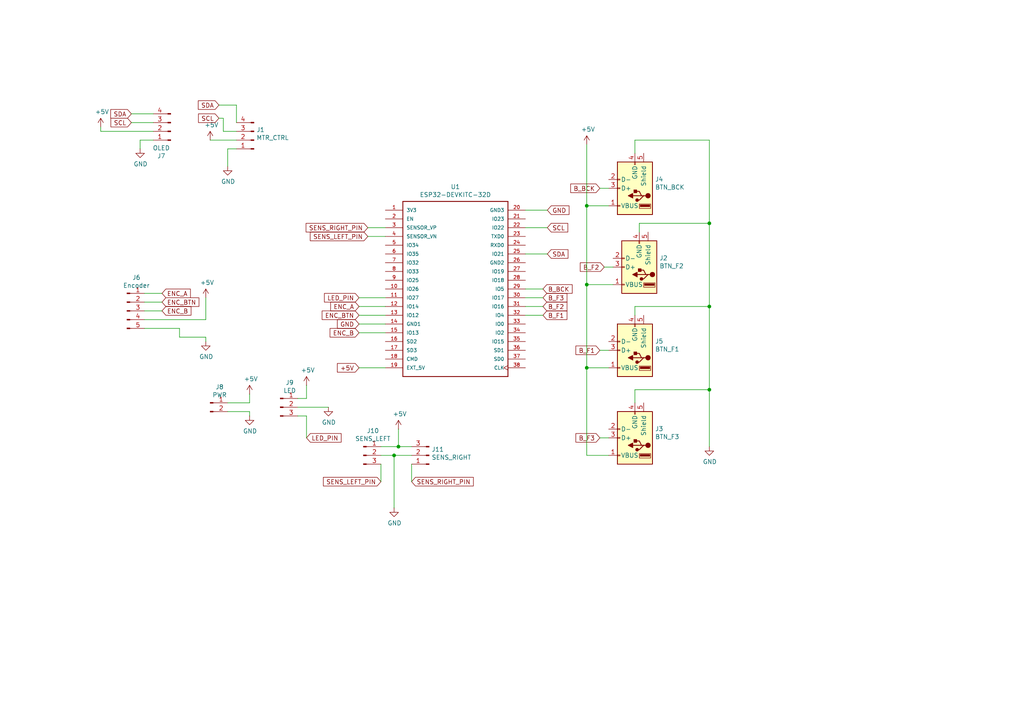
<source format=kicad_sch>
(kicad_sch (version 20250114) (generator "eeschema") (generator_version "9.0")
  (paper "A4")
  (lib_symbols
    (symbol "Connector:Conn_01x02_Male" (pin_names (offset 1.016) (hide yes))
      (property "Reference" "J" (at 0 2.54 0))
      (property "Value" "Connector_Conn_01x02_Male" (at 0 -5.08 0))
      (symbol "Conn_01x02_Male_1_1"
        (rectangle (start 0.8636 0.127) (end 0 -0.127) (stroke (width 0.1524)) (fill (type outline)))
        (rectangle (start 0.8636 -2.413) (end 0 -2.667) (stroke (width 0.1524)) (fill (type outline)))
        (polyline (pts (xy 1.27 0) (xy 0.8636 0)) (stroke (width 0.1524)))
        (polyline (pts (xy 1.27 -2.54) (xy 0.8636 -2.54)) (stroke (width 0.1524)))
        (pin passive line (at 5.08 0 180) (length 3.81) (name "Pin_1") (number "1"))
        (pin passive line (at 5.08 -2.54 180) (length 3.81) (name "Pin_2") (number "2"))
      )
    )
    (symbol "Connector:Conn_01x03_Male" (pin_names (offset 1.016) (hide yes))
      (property "Reference" "J" (at 0 5.08 0))
      (property "Value" "Connector_Conn_01x03_Male" (at 0 -5.08 0))
      (symbol "Conn_01x03_Male_1_1"
        (rectangle (start 0.8636 2.667) (end 0 2.413) (stroke (width 0.1524)) (fill (type outline)))
        (rectangle (start 0.8636 0.127) (end 0 -0.127) (stroke (width 0.1524)) (fill (type outline)))
        (rectangle (start 0.8636 -2.413) (end 0 -2.667) (stroke (width 0.1524)) (fill (type outline)))
        (polyline (pts (xy 1.27 2.54) (xy 0.8636 2.54)) (stroke (width 0.1524)))
        (polyline (pts (xy 1.27 0) (xy 0.8636 0)) (stroke (width 0.1524)))
        (polyline (pts (xy 1.27 -2.54) (xy 0.8636 -2.54)) (stroke (width 0.1524)))
        (pin passive line (at 5.08 2.54 180) (length 3.81) (name "Pin_1") (number "1"))
        (pin passive line (at 5.08 0 180) (length 3.81) (name "Pin_2") (number "2"))
        (pin passive line (at 5.08 -2.54 180) (length 3.81) (name "Pin_3") (number "3"))
      )
    )
    (symbol "Connector:Conn_01x04_Male" (pin_names (offset 1.016) (hide yes))
      (property "Reference" "J" (at 0 5.08 0))
      (property "Value" "Connector_Conn_01x04_Male" (at 0 -7.62 0))
      (symbol "Conn_01x04_Male_1_1"
        (rectangle (start 0.8636 2.667) (end 0 2.413) (stroke (width 0.1524)) (fill (type outline)))
        (rectangle (start 0.8636 0.127) (end 0 -0.127) (stroke (width 0.1524)) (fill (type outline)))
        (rectangle (start 0.8636 -2.413) (end 0 -2.667) (stroke (width 0.1524)) (fill (type outline)))
        (rectangle (start 0.8636 -4.953) (end 0 -5.207) (stroke (width 0.1524)) (fill (type outline)))
        (polyline (pts (xy 1.27 2.54) (xy 0.8636 2.54)) (stroke (width 0.1524)))
        (polyline (pts (xy 1.27 0) (xy 0.8636 0)) (stroke (width 0.1524)))
        (polyline (pts (xy 1.27 -2.54) (xy 0.8636 -2.54)) (stroke (width 0.1524)))
        (polyline (pts (xy 1.27 -5.08) (xy 0.8636 -5.08)) (stroke (width 0.1524)))
        (pin passive line (at 5.08 2.54 180) (length 3.81) (name "Pin_1") (number "1"))
        (pin passive line (at 5.08 0 180) (length 3.81) (name "Pin_2") (number "2"))
        (pin passive line (at 5.08 -2.54 180) (length 3.81) (name "Pin_3") (number "3"))
        (pin passive line (at 5.08 -5.08 180) (length 3.81) (name "Pin_4") (number "4"))
      )
    )
    (symbol "Connector:Conn_01x05_Male" (pin_names (offset 1.016) (hide yes))
      (property "Reference" "J" (at 0 7.62 0))
      (property "Value" "Connector_Conn_01x05_Male" (at 0 -7.62 0))
      (symbol "Conn_01x05_Male_1_1"
        (rectangle (start 0.8636 5.207) (end 0 4.953) (stroke (width 0.1524)) (fill (type outline)))
        (rectangle (start 0.8636 2.667) (end 0 2.413) (stroke (width 0.1524)) (fill (type outline)))
        (rectangle (start 0.8636 0.127) (end 0 -0.127) (stroke (width 0.1524)) (fill (type outline)))
        (rectangle (start 0.8636 -2.413) (end 0 -2.667) (stroke (width 0.1524)) (fill (type outline)))
        (rectangle (start 0.8636 -4.953) (end 0 -5.207) (stroke (width 0.1524)) (fill (type outline)))
        (polyline (pts (xy 1.27 5.08) (xy 0.8636 5.08)) (stroke (width 0.1524)))
        (polyline (pts (xy 1.27 2.54) (xy 0.8636 2.54)) (stroke (width 0.1524)))
        (polyline (pts (xy 1.27 0) (xy 0.8636 0)) (stroke (width 0.1524)))
        (polyline (pts (xy 1.27 -2.54) (xy 0.8636 -2.54)) (stroke (width 0.1524)))
        (polyline (pts (xy 1.27 -5.08) (xy 0.8636 -5.08)) (stroke (width 0.1524)))
        (pin passive line (at 5.08 5.08 180) (length 3.81) (name "Pin_1") (number "1"))
        (pin passive line (at 5.08 2.54 180) (length 3.81) (name "Pin_2") (number "2"))
        (pin passive line (at 5.08 0 180) (length 3.81) (name "Pin_3") (number "3"))
        (pin passive line (at 5.08 -2.54 180) (length 3.81) (name "Pin_4") (number "4"))
        (pin passive line (at 5.08 -5.08 180) (length 3.81) (name "Pin_5") (number "5"))
      )
    )
    (symbol "Connector:USB_A" (pin_names (offset 1.016))
      (property "Reference" "J" (at -5.08 11.43 0))
      (property "Value" "USB_A" (at -5.08 8.89 0))
      (symbol "USB_A_0_1"
        (rectangle (start -5.08 -7.62) (end 5.08 7.62) (stroke (width 0.254)) (fill (type background)))
        (circle (center -3.81 2.159) (radius 0.635) (stroke (width 0.254)) (fill (type outline)))
        (polyline (pts (xy -3.175 2.159) (xy -2.54 2.159) (xy -1.27 3.429) (xy -0.635 3.429)) (stroke (width 0.254)))
        (polyline (pts (xy -2.54 2.159) (xy -1.905 2.159) (xy -1.27 0.889) (xy 0 0.889)) (stroke (width 0.254)))
        (rectangle (start -1.524 4.826) (end -4.318 5.334) (fill (type outline)))
        (rectangle (start -1.27 4.572) (end -4.572 5.842))
        (circle (center -0.635 3.429) (radius 0.381) (stroke (width 0.254)) (fill (type outline)))
        (rectangle (start -0.127 -7.62) (end 0.127 -6.858))
        (rectangle (start 0.254 1.27) (end -0.508 0.508) (stroke (width 0.254)) (fill (type outline)))
        (polyline (pts (xy 0.635 2.794) (xy 0.635 1.524) (xy 1.905 2.159) (xy 0.635 2.794)) (stroke (width 0.254)) (fill (type outline)))
        (rectangle (start 5.08 4.953) (end 4.318 5.207))
        (rectangle (start 5.08 -0.127) (end 4.318 0.127))
        (rectangle (start 5.08 -2.667) (end 4.318 -2.413))
      )
      (symbol "USB_A_1_1"
        (polyline (pts (xy -1.905 2.159) (xy 0.635 2.159)) (stroke (width 0.254)))
        (pin passive line (at -2.54 -10.16 90) (length 2.54) (name "Shield") (number "5"))
        (pin power_in line (at 0 -10.16 90) (length 2.54) (name "GND") (number "4"))
        (pin power_in line (at 7.62 5.08 180) (length 2.54) (name "VBUS") (number "1"))
        (pin bidirectional line (at 7.62 0 180) (length 2.54) (name "D+") (number "3"))
        (pin bidirectional line (at 7.62 -2.54 180) (length 2.54) (name "D-") (number "2"))
      )
    )
    (symbol "ESP32-DEVKITC-32D:ESP32-DEVKITC-32D" (pin_names (offset 1.016))
      (property "Reference" "U" (at -15.2654 26.0604 0))
      (property "Value" "ESP32-DEVKITC-32D_ESP32-DEVKITC-32D" (at -15.2654 -27.9654 0))
      (symbol "ESP32-DEVKITC-32D_0_0"
        (polyline (pts (xy -15.24 25.4) (xy 15.24 25.4)) (stroke (width 0.254)))
        (polyline (pts (xy -15.24 -25.4) (xy -15.24 25.4)) (stroke (width 0.254)))
        (polyline (pts (xy 15.24 25.4) (xy 15.24 -25.4)) (stroke (width 0.254)))
        (polyline (pts (xy 15.24 -25.4) (xy -15.24 -25.4)) (stroke (width 0.254)))
        (pin power_in line (at -20.32 22.86 0) (length 5.08) (name "3V3") (number "1"))
        (pin input line (at -20.32 20.32 0) (length 5.08) (name "EN") (number "2"))
        (pin input line (at -20.32 17.78 0) (length 5.08) (name "SENSOR_VP") (number "3"))
        (pin input line (at -20.32 15.24 0) (length 5.08) (name "SENSOR_VN") (number "4"))
        (pin bidirectional line (at -20.32 12.7 0) (length 5.08) (name "IO34") (number "5"))
        (pin bidirectional line (at -20.32 10.16 0) (length 5.08) (name "IO35") (number "6"))
        (pin bidirectional line (at -20.32 7.62 0) (length 5.08) (name "IO32") (number "7"))
        (pin bidirectional line (at -20.32 5.08 0) (length 5.08) (name "IO33") (number "8"))
        (pin bidirectional line (at -20.32 2.54 0) (length 5.08) (name "IO25") (number "9"))
        (pin bidirectional line (at -20.32 0 0) (length 5.08) (name "IO26") (number "10"))
        (pin bidirectional line (at -20.32 -2.54 0) (length 5.08) (name "IO27") (number "11"))
        (pin bidirectional line (at -20.32 -5.08 0) (length 5.08) (name "IO14") (number "12"))
        (pin bidirectional line (at -20.32 -7.62 0) (length 5.08) (name "IO12") (number "13"))
        (pin power_in line (at -20.32 -10.16 0) (length 5.08) (name "GND1") (number "14"))
        (pin bidirectional line (at -20.32 -12.7 0) (length 5.08) (name "IO13") (number "15"))
        (pin bidirectional line (at -20.32 -15.24 0) (length 5.08) (name "SD2") (number "16"))
        (pin bidirectional line (at -20.32 -17.78 0) (length 5.08) (name "SD3") (number "17"))
        (pin bidirectional line (at -20.32 -20.32 0) (length 5.08) (name "CMD") (number "18"))
        (pin power_in line (at -20.32 -22.86 0) (length 5.08) (name "EXT_5V") (number "19"))
        (pin power_in line (at 20.32 22.86 180) (length 5.08) (name "GND3") (number "20"))
        (pin bidirectional line (at 20.32 20.32 180) (length 5.08) (name "IO23") (number "21"))
        (pin bidirectional line (at 20.32 17.78 180) (length 5.08) (name "IO22") (number "22"))
        (pin output line (at 20.32 15.24 180) (length 5.08) (name "TXD0") (number "23"))
        (pin input line (at 20.32 12.7 180) (length 5.08) (name "RXD0") (number "24"))
        (pin bidirectional line (at 20.32 10.16 180) (length 5.08) (name "IO21") (number "25"))
        (pin power_in line (at 20.32 7.62 180) (length 5.08) (name "GND2") (number "26"))
        (pin bidirectional line (at 20.32 5.08 180) (length 5.08) (name "IO19") (number "27"))
        (pin bidirectional line (at 20.32 2.54 180) (length 5.08) (name "IO18") (number "28"))
        (pin bidirectional line (at 20.32 0 180) (length 5.08) (name "IO5") (number "29"))
        (pin bidirectional line (at 20.32 -2.54 180) (length 5.08) (name "IO17") (number "30"))
        (pin bidirectional line (at 20.32 -5.08 180) (length 5.08) (name "IO16") (number "31"))
        (pin bidirectional line (at 20.32 -7.62 180) (length 5.08) (name "IO4") (number "32"))
        (pin bidirectional line (at 20.32 -10.16 180) (length 5.08) (name "IO0") (number "33"))
        (pin bidirectional line (at 20.32 -12.7 180) (length 5.08) (name "IO2") (number "34"))
        (pin bidirectional line (at 20.32 -15.24 180) (length 5.08) (name "IO15") (number "35"))
        (pin bidirectional line (at 20.32 -17.78 180) (length 5.08) (name "SD1") (number "36"))
        (pin bidirectional line (at 20.32 -20.32 180) (length 5.08) (name "SD0") (number "37"))
        (pin input clock (at 20.32 -22.86 180) (length 5.08) (name "CLK") (number "38"))
      )
    )
    (symbol "ESP32-DEVKITC-32D_1" (pin_names (offset 1.016))
      (property "Reference" "U" (at -15.2654 26.0604 0))
      (property "Value" "ESP32-DEVKITC-32D_ESP32-DEVKITC-32D" (at -15.2654 -27.9654 0))
      (symbol "ESP32-DEVKITC-32D_1_0_0"
        (polyline (pts (xy -15.24 25.4) (xy 15.24 25.4)) (stroke (width 0.254)))
        (polyline (pts (xy -15.24 -25.4) (xy -15.24 25.4)) (stroke (width 0.254)))
        (polyline (pts (xy 15.24 25.4) (xy 15.24 -25.4)) (stroke (width 0.254)))
        (polyline (pts (xy 15.24 -25.4) (xy -15.24 -25.4)) (stroke (width 0.254)))
        (pin power_in line (at -20.32 22.86 0) (length 5.08) (name "3V3") (number "1"))
        (pin input line (at -20.32 20.32 0) (length 5.08) (name "EN") (number "2"))
        (pin input line (at -20.32 17.78 0) (length 5.08) (name "SENSOR_VP") (number "3"))
        (pin input line (at -20.32 15.24 0) (length 5.08) (name "SENSOR_VN") (number "4"))
        (pin bidirectional line (at -20.32 12.7 0) (length 5.08) (name "IO34") (number "5"))
        (pin bidirectional line (at -20.32 10.16 0) (length 5.08) (name "IO35") (number "6"))
        (pin bidirectional line (at -20.32 7.62 0) (length 5.08) (name "IO32") (number "7"))
        (pin bidirectional line (at -20.32 5.08 0) (length 5.08) (name "IO33") (number "8"))
        (pin bidirectional line (at -20.32 2.54 0) (length 5.08) (name "IO25") (number "9"))
        (pin bidirectional line (at -20.32 0 0) (length 5.08) (name "IO26") (number "10"))
        (pin bidirectional line (at -20.32 -2.54 0) (length 5.08) (name "IO27") (number "11"))
        (pin bidirectional line (at -20.32 -5.08 0) (length 5.08) (name "IO14") (number "12"))
        (pin bidirectional line (at -20.32 -7.62 0) (length 5.08) (name "IO12") (number "13"))
        (pin power_in line (at -20.32 -10.16 0) (length 5.08) (name "GND1") (number "14"))
        (pin bidirectional line (at -20.32 -12.7 0) (length 5.08) (name "IO13") (number "15"))
        (pin bidirectional line (at -20.32 -15.24 0) (length 5.08) (name "SD2") (number "16"))
        (pin bidirectional line (at -20.32 -17.78 0) (length 5.08) (name "SD3") (number "17"))
        (pin bidirectional line (at -20.32 -20.32 0) (length 5.08) (name "CMD") (number "18"))
        (pin power_in line (at -20.32 -22.86 0) (length 5.08) (name "EXT_5V") (number "19"))
        (pin power_in line (at 20.32 22.86 180) (length 5.08) (name "GND3") (number "20"))
        (pin bidirectional line (at 20.32 20.32 180) (length 5.08) (name "IO23") (number "21"))
        (pin bidirectional line (at 20.32 17.78 180) (length 5.08) (name "IO22") (number "22"))
        (pin output line (at 20.32 15.24 180) (length 5.08) (name "TXD0") (number "23"))
        (pin input line (at 20.32 12.7 180) (length 5.08) (name "RXD0") (number "24"))
        (pin bidirectional line (at 20.32 10.16 180) (length 5.08) (name "IO21") (number "25"))
        (pin power_in line (at 20.32 7.62 180) (length 5.08) (name "GND2") (number "26"))
        (pin bidirectional line (at 20.32 5.08 180) (length 5.08) (name "IO19") (number "27"))
        (pin bidirectional line (at 20.32 2.54 180) (length 5.08) (name "IO18") (number "28"))
        (pin bidirectional line (at 20.32 0 180) (length 5.08) (name "IO5") (number "29"))
        (pin bidirectional line (at 20.32 -2.54 180) (length 5.08) (name "IO17") (number "30"))
        (pin bidirectional line (at 20.32 -5.08 180) (length 5.08) (name "IO16") (number "31"))
        (pin bidirectional line (at 20.32 -7.62 180) (length 5.08) (name "IO4") (number "32"))
        (pin bidirectional line (at 20.32 -10.16 180) (length 5.08) (name "IO0") (number "33"))
        (pin bidirectional line (at 20.32 -12.7 180) (length 5.08) (name "IO2") (number "34"))
        (pin bidirectional line (at 20.32 -15.24 180) (length 5.08) (name "IO15") (number "35"))
        (pin bidirectional line (at 20.32 -17.78 180) (length 5.08) (name "SD1") (number "36"))
        (pin bidirectional line (at 20.32 -20.32 180) (length 5.08) (name "SD0") (number "37"))
        (pin input clock (at 20.32 -22.86 180) (length 5.08) (name "CLK") (number "38"))
      )
    )
    (symbol "power:+5V" (power) (pin_numbers (hide yes)) (pin_names (offset 0) (hide yes))
      (property "Value" "+5V" (at 0 3.556 0))
      (symbol "+5V_0_1"
        (polyline (pts (xy -0.762 1.27) (xy 0 2.54)))
        (polyline (pts (xy 0 2.54) (xy 0.762 1.27)))
        (polyline (pts (xy 0 0) (xy 0 2.54)))
      )
      (symbol "+5V_1_1"
        (pin power_in line (at 0 0 90) (length 0) (name "~") (number "1"))
      )
    )
    (symbol "power:GND" (power) (pin_numbers (hide yes)) (pin_names (offset 0) (hide yes))
      (property "Value" "GND" (at 0 -3.81 0))
      (symbol "GND_0_1"
        (polyline (pts (xy 0 0) (xy 0 -1.27) (xy 1.27 -1.27) (xy 0 -2.54) (xy -1.27 -1.27) (xy 0 -1.27)))
      )
      (symbol "GND_1_1"
        (pin power_in line (at 0 0 270) (length 0) (name "~") (number "1"))
      )
    )
  )
  (junction (at 170.18 106.68))
  (junction (at 115.57 129.54))
  (junction (at 205.74 113.03))
  (junction (at 114.3 132.08))
  (junction (at 205.74 88.9))
  (junction (at 205.74 64.77))
  (junction (at 170.18 59.69))
  (junction (at 170.18 82.55))
  (wire (pts (xy 110.49 134.62) (xy 110.49 139.7)))
  (wire (pts (xy 184.15 44.45) (xy 184.15 40.64)))
  (wire (pts (xy 86.36 120.65) (xy 88.9 120.65)))
  (wire (pts (xy 44.45 40.64) (xy 40.64 40.64)))
  (wire (pts (xy 157.48 88.9) (xy 152.4 88.9)))
  (wire (pts (xy 173.99 127) (xy 176.53 127)))
  (wire (pts (xy 63.5 30.48) (xy 68.58 30.48)))
  (wire (pts (xy 152.4 73.66) (xy 158.75 73.66)))
  (wire (pts (xy 205.74 40.64) (xy 205.74 64.77)))
  (wire (pts (xy 88.9 120.65) (xy 88.9 127)))
  (wire (pts (xy 119.38 132.08) (xy 114.3 132.08)))
  (wire (pts (xy 38.1 35.56) (xy 44.45 35.56)))
  (wire (pts (xy 29.21 36.83) (xy 29.21 38.1)))
  (wire (pts (xy 114.3 132.08) (xy 114.3 147.32)))
  (wire (pts (xy 88.9 115.57) (xy 88.9 111.76)))
  (wire (pts (xy 205.74 88.9) (xy 205.74 113.03)))
  (wire (pts (xy 173.99 54.61) (xy 176.53 54.61)))
  (wire (pts (xy 152.4 91.44) (xy 157.48 91.44)))
  (wire (pts (xy 52.07 97.79) (xy 59.69 97.79)))
  (wire (pts (xy 170.18 41.91) (xy 170.18 59.69)))
  (wire (pts (xy 64.77 38.1) (xy 68.58 38.1)))
  (wire (pts (xy 170.18 59.69) (xy 170.18 82.55)))
  (wire (pts (xy 184.15 91.44) (xy 184.15 88.9)))
  (wire (pts (xy 41.91 92.71) (xy 59.69 92.71)))
  (wire (pts (xy 185.42 67.31) (xy 185.42 64.77)))
  (wire (pts (xy 104.14 88.9) (xy 111.76 88.9)))
  (wire (pts (xy 95.25 118.11) (xy 86.36 118.11)))
  (wire (pts (xy 185.42 64.77) (xy 205.74 64.77)))
  (wire (pts (xy 63.5 34.29) (xy 64.77 34.29)))
  (wire (pts (xy 170.18 59.69) (xy 176.53 59.69)))
  (wire (pts (xy 152.4 60.96) (xy 158.75 60.96)))
  (wire (pts (xy 111.76 91.44) (xy 104.14 91.44)))
  (wire (pts (xy 205.74 64.77) (xy 205.74 88.9)))
  (wire (pts (xy 170.18 82.55) (xy 177.8 82.55)))
  (wire (pts (xy 59.69 97.79) (xy 59.69 99.06)))
  (wire (pts (xy 184.15 40.64) (xy 205.74 40.64)))
  (wire (pts (xy 29.21 38.1) (xy 44.45 38.1)))
  (wire (pts (xy 41.91 85.09) (xy 46.99 85.09)))
  (wire (pts (xy 170.18 106.68) (xy 170.18 132.08)))
  (wire (pts (xy 175.26 77.47) (xy 177.8 77.47)))
  (wire (pts (xy 152.4 86.36) (xy 157.48 86.36)))
  (wire (pts (xy 111.76 106.68) (xy 104.14 106.68)))
  (wire (pts (xy 170.18 132.08) (xy 176.53 132.08)))
  (wire (pts (xy 106.68 66.04) (xy 111.76 66.04)))
  (wire (pts (xy 184.15 88.9) (xy 205.74 88.9)))
  (wire (pts (xy 59.69 92.71) (xy 59.69 86.36)))
  (wire (pts (xy 60.96 40.64) (xy 68.58 40.64)))
  (wire (pts (xy 40.64 40.64) (xy 40.64 43.18)))
  (wire (pts (xy 173.99 101.6) (xy 176.53 101.6)))
  (wire (pts (xy 119.38 129.54) (xy 115.57 129.54)))
  (wire (pts (xy 110.49 129.54) (xy 115.57 129.54)))
  (wire (pts (xy 110.49 132.08) (xy 114.3 132.08)))
  (wire (pts (xy 106.68 68.58) (xy 111.76 68.58)))
  (wire (pts (xy 86.36 115.57) (xy 88.9 115.57)))
  (wire (pts (xy 68.58 30.48) (xy 68.58 35.56)))
  (wire (pts (xy 119.38 134.62) (xy 119.38 139.7)))
  (wire (pts (xy 41.91 87.63) (xy 46.99 87.63)))
  (wire (pts (xy 111.76 93.98) (xy 104.14 93.98)))
  (wire (pts (xy 104.14 86.36) (xy 111.76 86.36)))
  (wire (pts (xy 184.15 116.84) (xy 184.15 113.03)))
  (wire (pts (xy 38.1 33.02) (xy 44.45 33.02)))
  (wire (pts (xy 205.74 113.03) (xy 205.74 129.54)))
  (wire (pts (xy 64.77 34.29) (xy 64.77 38.1)))
  (wire (pts (xy 72.39 114.3) (xy 72.39 116.84)))
  (wire (pts (xy 66.04 119.38) (xy 72.39 119.38)))
  (wire (pts (xy 52.07 95.25) (xy 52.07 97.79)))
  (wire (pts (xy 68.58 43.18) (xy 66.04 43.18)))
  (wire (pts (xy 72.39 120.65) (xy 72.39 119.38)))
  (wire (pts (xy 104.14 96.52) (xy 111.76 96.52)))
  (wire (pts (xy 170.18 82.55) (xy 170.18 106.68)))
  (wire (pts (xy 41.91 95.25) (xy 52.07 95.25)))
  (wire (pts (xy 115.57 129.54) (xy 115.57 124.46)))
  (wire (pts (xy 72.39 116.84) (xy 66.04 116.84)))
  (wire (pts (xy 152.4 83.82) (xy 157.48 83.82)))
  (wire (pts (xy 184.15 113.03) (xy 205.74 113.03)))
  (wire (pts (xy 152.4 66.04) (xy 158.75 66.04)))
  (wire (pts (xy 66.04 43.18) (xy 66.04 48.26)))
  (wire (pts (xy 41.91 90.17) (xy 46.99 90.17)))
  (wire (pts (xy 170.18 106.68) (xy 176.53 106.68)))
  (global_label "GND" (shape input) (at 104.14 93.98 180) (property "Intersheetrefs" "${INTERSHEET_REFS}" (effects (hide yes))))
  (global_label "ENC_A" (shape input) (at 104.14 88.9 180) (property "Intersheetrefs" "${INTERSHEET_REFS}" (effects (hide yes))))
  (global_label "B_F1" (shape input) (at 173.99 101.6 180) (property "Intersheetrefs" "${INTERSHEET_REFS}" (effects (hide yes))))
  (global_label "B_F3" (shape input) (at 173.99 127 180) (property "Intersheetrefs" "${INTERSHEET_REFS}" (effects (hide yes))))
  (global_label "SCL" (shape input) (at 63.5 34.29 180) (property "Intersheetrefs" "${INTERSHEET_REFS}" (effects (hide yes))))
  (global_label "B_F2" (shape input) (at 175.26 77.47 180) (property "Intersheetrefs" "${INTERSHEET_REFS}" (effects (hide yes))))
  (global_label "SDA" (shape input) (at 38.1 33.02 180) (property "Intersheetrefs" "${INTERSHEET_REFS}" (effects (hide yes))))
  (global_label "SCL" (shape input) (at 38.1 35.56 180) (property "Intersheetrefs" "${INTERSHEET_REFS}" (effects (hide yes))))
  (global_label "LED_PIN" (shape input) (at 88.9 127 0) (property "Intersheetrefs" "${INTERSHEET_REFS}" (effects (hide yes))))
  (global_label "+5V" (shape input) (at 104.14 106.68 180) (property "Intersheetrefs" "${INTERSHEET_REFS}" (effects (hide yes))))
  (global_label "B_F2" (shape input) (at 157.48 88.9 0) (property "Intersheetrefs" "${INTERSHEET_REFS}" (effects (hide yes))))
  (global_label "ENC_B" (shape input) (at 104.14 96.52 180) (property "Intersheetrefs" "${INTERSHEET_REFS}" (effects (hide yes))))
  (global_label "SENS_LEFT_PIN" (shape input) (at 110.49 139.7 180) (property "Intersheetrefs" "${INTERSHEET_REFS}" (effects (hide yes))))
  (global_label "B_F3" (shape input) (at 157.48 86.36 0) (property "Intersheetrefs" "${INTERSHEET_REFS}" (effects (hide yes))))
  (global_label "SENS_LEFT_PIN" (shape input) (at 106.68 68.58 180) (property "Intersheetrefs" "${INTERSHEET_REFS}" (effects (hide yes))))
  (global_label "ENC_BTN" (shape input) (at 46.99 87.63 0) (property "Intersheetrefs" "${INTERSHEET_REFS}" (effects (hide yes))))
  (global_label "SCL" (shape input) (at 158.75 66.04 0) (property "Intersheetrefs" "${INTERSHEET_REFS}" (effects (hide yes))))
  (global_label "B_F1" (shape input) (at 157.48 91.44 0) (property "Intersheetrefs" "${INTERSHEET_REFS}" (effects (hide yes))))
  (global_label "B_BCK" (shape input) (at 157.48 83.82 0) (property "Intersheetrefs" "${INTERSHEET_REFS}" (effects (hide yes))))
  (global_label "ENC_B" (shape input) (at 46.99 90.17 0) (property "Intersheetrefs" "${INTERSHEET_REFS}" (effects (hide yes))))
  (global_label "ENC_A" (shape input) (at 46.99 85.09 0) (property "Intersheetrefs" "${INTERSHEET_REFS}" (effects (hide yes))))
  (global_label "ENC_BTN" (shape input) (at 104.14 91.44 180) (property "Intersheetrefs" "${INTERSHEET_REFS}" (effects (hide yes))))
  (global_label "LED_PIN" (shape input) (at 104.14 86.36 180) (property "Intersheetrefs" "${INTERSHEET_REFS}" (effects (hide yes))))
  (global_label "SENS_RIGHT_PIN" (shape input) (at 106.68 66.04 180) (property "Intersheetrefs" "${INTERSHEET_REFS}" (effects (hide yes))))
  (global_label "SENS_RIGHT_PIN" (shape input) (at 119.38 139.7 0) (property "Intersheetrefs" "${INTERSHEET_REFS}" (effects (hide yes))))
  (global_label "GND" (shape input) (at 158.75 60.96 0) (property "Intersheetrefs" "${INTERSHEET_REFS}" (effects (hide yes))))
  (global_label "SDA" (shape input) (at 63.5 30.48 180) (property "Intersheetrefs" "${INTERSHEET_REFS}" (effects (hide yes))))
  (global_label "SDA" (shape input) (at 158.75 73.66 0) (property "Intersheetrefs" "${INTERSHEET_REFS}" (effects (hide yes))))
  (global_label "B_BCK" (shape input) (at 173.99 54.61 180) (property "Intersheetrefs" "${INTERSHEET_REFS}" (effects (hide yes))))
  (symbol (lib_name "ESP32-DEVKITC-32D_1") (lib_id "ESP32-DEVKITC-32D:ESP32-DEVKITC-32D") (at 132.08 83.82 0) (unit 1)
    (property "Reference" "U1" (at 132.08 54.1782 0))
    (property "Value" "ESP32-DEVKITC-32D" (at 132.08 56.4896 0))
    (property "Footprint" "ESP32-DEVKITC-32D:MODULE_ESP32-DEVKITC-32D" (effects (hide yes)))
    (property "Datasheet" "Espressif Systems" (effects (hide yes)))
    (property "Field4" "None" (effects (hide yes)))
    (property "Field5" "EVAL BOARD FOR ESP-WROOM-32" (effects (hide yes)))
    (property "Field6" "None" (effects (hide yes)))
    (property "Field7" "ESP32-DEVKITC-32D" (effects (hide yes)))
    (property "Field8" "Unavailable" (effects (hide yes)))
  )
  (symbol (lib_id "Connector:USB_A") (at 184.15 54.61 180) (unit 1)
    (property "Reference" "J4" (at 189.992 51.9938 0) (effects (justify right)))
    (property "Value" "BTN_BCK" (at 189.992 54.3052 0) (effects (justify right)))
    (property "Footprint" "Connector_USB:USB_A_Molex_105057_Vertical" (effects (hide yes)))
  )
  (symbol (lib_id "Connector:USB_A") (at 185.42 77.47 180) (unit 1)
    (property "Reference" "J2" (at 191.262 74.8538 0) (effects (justify right)))
    (property "Value" "BTN_F2" (at 191.262 77.1652 0) (effects (justify right)))
    (property "Footprint" "Connector_USB:USB_A_Molex_105057_Vertical" (effects (hide yes)))
  )
  (symbol (lib_id "Connector:USB_A") (at 184.15 101.6 180) (unit 1)
    (property "Reference" "J5" (at 189.992 98.9838 0) (effects (justify right)))
    (property "Value" "BTN_F1" (at 189.992 101.2952 0) (effects (justify right)))
    (property "Footprint" "Connector_USB:USB_A_Molex_105057_Vertical" (effects (hide yes)))
  )
  (symbol (lib_id "Connector:USB_A") (at 184.15 127 180) (unit 1)
    (property "Reference" "J3" (at 189.992 124.3838 0) (effects (justify right)))
    (property "Value" "BTN_F3" (at 189.992 126.6952 0) (effects (justify right)))
    (property "Footprint" "Connector_USB:USB_A_Molex_105057_Vertical" (effects (hide yes)))
  )
  (symbol (lib_id "Connector:Conn_01x04_Male") (at 73.66 40.64 180) (unit 1)
    (property "Reference" "J1" (at 74.3712 37.6428 0) (effects (justify right)))
    (property "Value" "MTR_CTRL" (at 74.3712 39.9542 0) (effects (justify right)))
    (property "Footprint" "Connector_JST:JST_XH_B4B-XH-A_1x04_P2.50mm_Vertical" (effects (hide yes)))
  )
  (symbol (lib_id "Connector:Conn_01x04_Male") (at 49.53 38.1 180) (unit 1)
    (property "Reference" "J7" (at 46.7868 45.2374 0))
    (property "Value" "OLED" (at 46.7868 42.926 0))
    (property "Footprint" "Connector_JST:JST_XH_B4B-XH-AM_1x04_P2.50mm_Vertical" (effects (hide yes)))
  )
  (symbol (lib_id "Connector:Conn_01x05_Male") (at 36.83 90.17 0) (unit 1)
    (property "Reference" "J6" (at 39.5732 80.4926 0))
    (property "Value" "Encoder" (at 39.5732 82.804 0))
    (property "Footprint" "Connector_JST:JST_XH_B5B-XH-AM_1x05_P2.50mm_Vertical" (effects (hide yes)))
  )
  (symbol (lib_id "Connector:Conn_01x02_Male") (at 60.96 116.84 0) (unit 1)
    (property "Reference" "J8" (at 63.7032 112.2426 0))
    (property "Value" "PWR" (at 63.7032 114.554 0))
    (property "Footprint" "Connector_JST:JST_XH_B2B-XH-AM_1x02_P2.50mm_Vertical" (effects (hide yes)))
  )
  (symbol (lib_id "Connector:Conn_01x03_Male") (at 81.28 118.11 0) (unit 1)
    (property "Reference" "J9" (at 84.0232 110.9726 0))
    (property "Value" "LED" (at 84.0232 113.284 0))
    (property "Footprint" "Connector_JST:JST_XH_B3B-XH-AM_1x03_P2.50mm_Vertical" (effects (hide yes)))
  )
  (symbol (lib_id "Connector:Conn_01x03_Male") (at 105.41 132.08 0) (unit 1)
    (property "Reference" "J10" (at 108.1532 124.9426 0))
    (property "Value" "SENS_LEFT" (at 108.1532 127.254 0))
    (property "Footprint" "Connector_JST:JST_XH_B3B-XH-AM_1x03_P2.50mm_Vertical" (effects (hide yes)))
  )
  (symbol (lib_id "Connector:Conn_01x03_Male") (at 124.46 132.08 180) (unit 1)
    (property "Reference" "J11" (at 125.1712 130.3528 0) (effects (justify right)))
    (property "Value" "SENS_RIGHT" (at 125.1712 132.6642 0) (effects (justify right)))
    (property "Footprint" "Connector_JST:JST_XH_B3B-XH-AM_1x03_P2.50mm_Vertical" (effects (hide yes)))
  )
  (symbol (lib_id "power:+5V") (at 72.39 114.3 0) (unit 1)
    (property "Reference" "#PWR0101" (effects (hide yes)))
    (property "Value" "+5V" (at 72.771 109.9058 0))
  )
  (symbol (lib_id "power:GND") (at 205.74 129.54 0) (unit 1)
    (property "Reference" "#PWR0102" (effects (hide yes)))
    (property "Value" "GND" (at 205.867 133.9342 0))
  )
  (symbol (lib_id "power:GND") (at 72.39 120.65 0) (unit 1)
    (property "Reference" "#PWR0103" (effects (hide yes)))
    (property "Value" "GND" (at 72.517 125.0442 0))
  )
  (symbol (lib_id "power:+5V") (at 170.18 41.91 0) (unit 1)
    (property "Reference" "#PWR0104" (effects (hide yes)))
    (property "Value" "+5V" (at 170.561 37.5158 0))
  )
  (symbol (lib_id "power:+5V") (at 29.21 36.83 0) (unit 1)
    (property "Reference" "#PWR0105" (effects (hide yes)))
    (property "Value" "+5V" (at 29.591 32.4358 0))
  )
  (symbol (lib_id "power:GND") (at 40.64 43.18 0) (unit 1)
    (property "Reference" "#PWR0106" (effects (hide yes)))
    (property "Value" "GND" (at 40.767 47.5742 0))
  )
  (symbol (lib_id "power:+5V") (at 115.57 124.46 0) (unit 1)
    (property "Reference" "#PWR0107" (effects (hide yes)))
    (property "Value" "+5V" (at 115.951 120.0658 0))
  )
  (symbol (lib_id "power:GND") (at 114.3 147.32 0) (unit 1)
    (property "Reference" "#PWR0108" (effects (hide yes)))
    (property "Value" "GND" (at 114.427 151.7142 0))
  )
  (symbol (lib_id "power:+5V") (at 59.69 86.36 0) (unit 1)
    (property "Reference" "#PWR0109" (effects (hide yes)))
    (property "Value" "+5V" (at 60.071 81.9658 0))
  )
  (symbol (lib_id "power:GND") (at 59.69 99.06 0) (unit 1)
    (property "Reference" "#PWR0110" (effects (hide yes)))
    (property "Value" "GND" (at 59.817 103.4542 0))
  )
  (symbol (lib_id "power:+5V") (at 60.96 40.64 0) (unit 1)
    (property "Reference" "#PWR0111" (effects (hide yes)))
    (property "Value" "+5V" (at 61.341 36.2458 0))
  )
  (symbol (lib_id "power:GND") (at 66.04 48.26 0) (unit 1)
    (property "Reference" "#PWR0112" (effects (hide yes)))
    (property "Value" "GND" (at 66.167 52.6542 0))
  )
  (symbol (lib_id "power:+5V") (at 88.9 111.76 0) (unit 1)
    (property "Reference" "#PWR0113" (effects (hide yes)))
    (property "Value" "+5V" (at 89.281 107.3658 0))
  )
  (symbol (lib_id "power:GND") (at 95.25 118.11 0) (unit 1)
    (property "Reference" "#PWR0114" (effects (hide yes)))
    (property "Value" "GND" (at 95.377 122.5042 0))
  )
)
</source>
